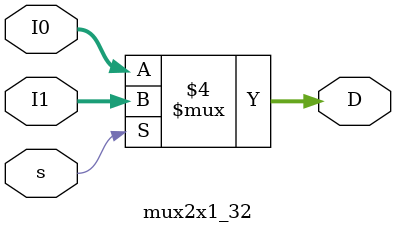
<source format=v>
`timescale 1ns / 1ps
module mux2x1_32(I1, I0, s, D);
   input [31:0] I1, I0;
   input s;
   output reg [31:0] D;
   
   always @(I1, I0, s)
   begin
      if (!s) begin
         D = I0;
      end
      else begin
         D = I1;
      end
   end
endmodule

</source>
